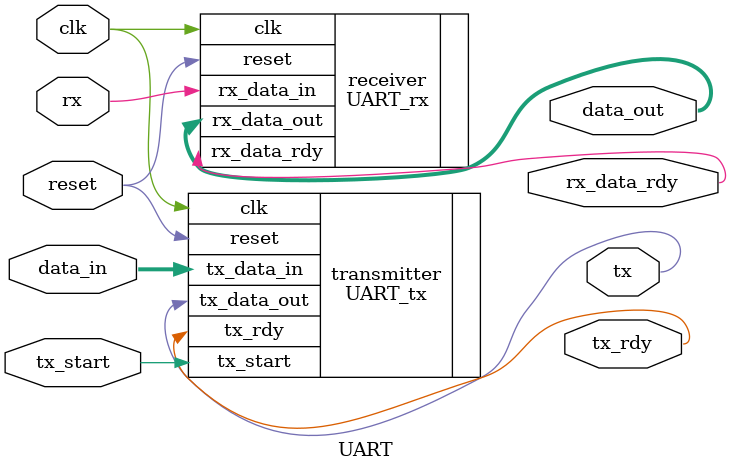
<source format=sv>


module UART (
    input  logic        clk,
    input  logic        reset,
    input  logic        tx_start,
    output logic        tx_rdy,
    output logic        rx_data_rdy,
    input  logic [7:0]  data_in,
    output logic [7:0]  data_out,
    input  logic        rx,
    output logic        tx
);

    // ======================================================
    // Instancia del transmisor UART
    // ======================================================
    UART_tx #(
        .BAUD_CLK_TICKS(139)   // 16 MHz / 115200 ≈ 139
    ) transmitter (
        .clk         (clk),
        .reset       (reset),
        .tx_start    (tx_start),
        .tx_rdy      (tx_rdy),
        .tx_data_in  (data_in),
        .tx_data_out (tx)
    );

    // ======================================================
    // Instancia del receptor UART
    // ======================================================
    UART_rx #(
        .BAUD_X16_CLK_TICKS(9) // (16 MHz / 115200) / 16 ≈ 9
    ) receiver (
        .clk          (clk),
        .reset        (reset),
        .rx_data_in   (rx),
        .rx_data_rdy  (rx_data_rdy),
        .rx_data_out  (data_out)
    );

endmodule

</source>
